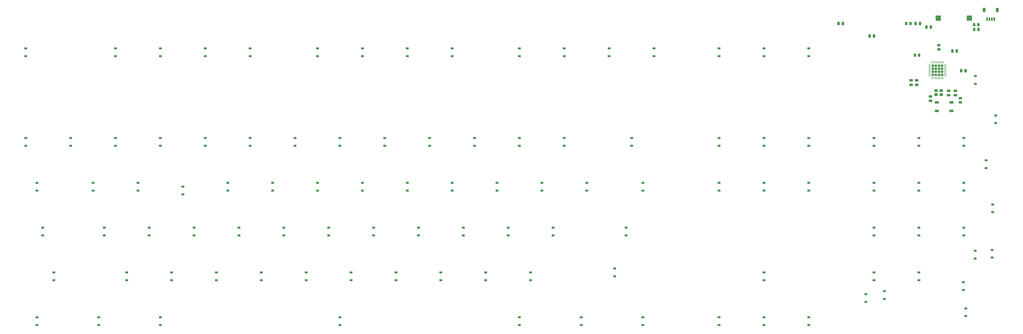
<source format=gbr>
%TF.GenerationSoftware,KiCad,Pcbnew,7.99.0-999-ge1db4e0694*%
%TF.CreationDate,2023-07-03T11:20:25-04:00*%
%TF.ProjectId,aek,61656b2e-6b69-4636-9164-5f7063625858,rev?*%
%TF.SameCoordinates,Original*%
%TF.FileFunction,Paste,Bot*%
%TF.FilePolarity,Positive*%
%FSLAX46Y46*%
G04 Gerber Fmt 4.6, Leading zero omitted, Abs format (unit mm)*
G04 Created by KiCad (PCBNEW 7.99.0-999-ge1db4e0694) date 2023-07-03 11:20:25*
%MOMM*%
%LPD*%
G01*
G04 APERTURE LIST*
G04 Aperture macros list*
%AMRoundRect*
0 Rectangle with rounded corners*
0 $1 Rounding radius*
0 $2 $3 $4 $5 $6 $7 $8 $9 X,Y pos of 4 corners*
0 Add a 4 corners polygon primitive as box body*
4,1,4,$2,$3,$4,$5,$6,$7,$8,$9,$2,$3,0*
0 Add four circle primitives for the rounded corners*
1,1,$1+$1,$2,$3*
1,1,$1+$1,$4,$5*
1,1,$1+$1,$6,$7*
1,1,$1+$1,$8,$9*
0 Add four rect primitives between the rounded corners*
20,1,$1+$1,$2,$3,$4,$5,0*
20,1,$1+$1,$4,$5,$6,$7,0*
20,1,$1+$1,$6,$7,$8,$9,0*
20,1,$1+$1,$8,$9,$2,$3,0*%
G04 Aperture macros list end*
%ADD10R,1.200000X0.900000*%
%ADD11RoundRect,0.250000X0.250000X0.475000X-0.250000X0.475000X-0.250000X-0.475000X0.250000X-0.475000X0*%
%ADD12RoundRect,0.250000X-0.450000X0.262500X-0.450000X-0.262500X0.450000X-0.262500X0.450000X0.262500X0*%
%ADD13R,1.800000X1.100000*%
%ADD14RoundRect,0.250000X-0.475000X0.250000X-0.475000X-0.250000X0.475000X-0.250000X0.475000X0.250000X0*%
%ADD15RoundRect,0.250000X-0.250000X-0.475000X0.250000X-0.475000X0.250000X0.475000X-0.250000X0.475000X0*%
%ADD16RoundRect,0.250000X0.475000X-0.250000X0.475000X0.250000X-0.475000X0.250000X-0.475000X-0.250000X0*%
%ADD17RoundRect,0.150000X-0.150000X-0.625000X0.150000X-0.625000X0.150000X0.625000X-0.150000X0.625000X0*%
%ADD18RoundRect,0.250000X-0.350000X-0.650000X0.350000X-0.650000X0.350000X0.650000X-0.350000X0.650000X0*%
%ADD19RoundRect,0.250000X0.450000X-0.262500X0.450000X0.262500X-0.450000X0.262500X-0.450000X-0.262500X0*%
%ADD20RoundRect,0.250000X0.262500X0.450000X-0.262500X0.450000X-0.262500X-0.450000X0.262500X-0.450000X0*%
%ADD21RoundRect,0.250000X0.275000X0.275000X-0.275000X0.275000X-0.275000X-0.275000X0.275000X-0.275000X0*%
%ADD22RoundRect,0.062500X0.475000X0.062500X-0.475000X0.062500X-0.475000X-0.062500X0.475000X-0.062500X0*%
%ADD23RoundRect,0.062500X0.062500X0.475000X-0.062500X0.475000X-0.062500X-0.475000X0.062500X-0.475000X0*%
%ADD24R,1.400000X1.200000*%
%ADD25RoundRect,0.250000X-0.262500X-0.450000X0.262500X-0.450000X0.262500X0.450000X-0.262500X0.450000X0*%
%ADD26R,2.200000X2.200000*%
G04 APERTURE END LIST*
D10*
%TO.C,D16*%
X100774500Y-131507500D03*
X100774500Y-128207500D03*
%TD*%
D11*
%TO.C,C8*%
X398968000Y-27686000D03*
X397068000Y-27686000D03*
%TD*%
%TO.C,C9*%
X385760000Y-22352000D03*
X383860000Y-22352000D03*
%TD*%
%TO.C,C10*%
X423098000Y-23876000D03*
X421198000Y-23876000D03*
%TD*%
D12*
%TO.C,R1*%
X426466000Y-31599500D03*
X426466000Y-33424500D03*
%TD*%
D13*
%TO.C,SW1*%
X425600000Y-59580000D03*
X431800000Y-55880000D03*
X425600000Y-55880000D03*
X431800000Y-59580000D03*
%TD*%
D11*
%TO.C,C1*%
X434086000Y-34036000D03*
X432186000Y-34036000D03*
%TD*%
D14*
%TO.C,C2*%
X414686750Y-46548000D03*
X414686750Y-48448000D03*
%TD*%
%TO.C,C5*%
X417068000Y-46548000D03*
X417068000Y-48448000D03*
%TD*%
D15*
%TO.C,C6*%
X435930000Y-42418000D03*
X437830000Y-42418000D03*
%TD*%
D16*
%TO.C,C7*%
X433477000Y-52884500D03*
X433477000Y-50984500D03*
%TD*%
D10*
%TO.C,D1*%
X38862000Y-36257500D03*
X38862000Y-32957500D03*
%TD*%
%TO.C,D2*%
X38862000Y-74357500D03*
X38862000Y-71057500D03*
%TD*%
%TO.C,D3*%
X43624500Y-93407500D03*
X43624500Y-90107500D03*
%TD*%
%TO.C,D4*%
X46005750Y-112457500D03*
X46005750Y-109157500D03*
%TD*%
%TO.C,D5*%
X50768250Y-131507500D03*
X50768250Y-128207500D03*
%TD*%
%TO.C,D6*%
X43624500Y-150557500D03*
X43624500Y-147257500D03*
%TD*%
%TO.C,D7*%
X69818250Y-150557500D03*
X69818250Y-147257500D03*
%TD*%
%TO.C,D8*%
X81724500Y-131507500D03*
X81724500Y-128207500D03*
%TD*%
%TO.C,D9*%
X72199500Y-112457500D03*
X72199500Y-109157500D03*
%TD*%
%TO.C,D10*%
X67437000Y-93407500D03*
X67437000Y-90107500D03*
%TD*%
%TO.C,D11*%
X57912000Y-74357500D03*
X57912000Y-71057500D03*
%TD*%
%TO.C,D12*%
X76962000Y-36257500D03*
X76962000Y-32957500D03*
%TD*%
%TO.C,D13*%
X76962000Y-74357500D03*
X76962000Y-71057500D03*
%TD*%
%TO.C,D14*%
X86487000Y-93407500D03*
X86487000Y-90107500D03*
%TD*%
%TO.C,D15*%
X91249500Y-112457500D03*
X91249500Y-109157500D03*
%TD*%
%TO.C,D17*%
X96012000Y-150557500D03*
X96012000Y-147257500D03*
%TD*%
%TO.C,D18*%
X119824500Y-131507500D03*
X119824500Y-128207500D03*
%TD*%
%TO.C,D19*%
X110299500Y-112457500D03*
X110299500Y-109157500D03*
%TD*%
%TO.C,D20*%
X105537000Y-95057500D03*
X105537000Y-91757500D03*
%TD*%
%TO.C,D21*%
X96012000Y-74357500D03*
X96012000Y-71057500D03*
%TD*%
%TO.C,D22*%
X96012000Y-36257500D03*
X96012000Y-32957500D03*
%TD*%
%TO.C,D23*%
X115062000Y-36257500D03*
X115062000Y-32957500D03*
%TD*%
%TO.C,D24*%
X115062000Y-74357500D03*
X115062000Y-71057500D03*
%TD*%
%TO.C,D25*%
X124587000Y-93407500D03*
X124587000Y-90107500D03*
%TD*%
%TO.C,D26*%
X129349500Y-112457500D03*
X129349500Y-109157500D03*
%TD*%
%TO.C,D27*%
X138874500Y-131507500D03*
X138874500Y-128207500D03*
%TD*%
%TO.C,D28*%
X172212000Y-150557500D03*
X172212000Y-147257500D03*
%TD*%
%TO.C,D29*%
X157924500Y-131507500D03*
X157924500Y-128207500D03*
%TD*%
%TO.C,D30*%
X148399500Y-112457500D03*
X148399500Y-109157500D03*
%TD*%
%TO.C,D31*%
X143637000Y-93407500D03*
X143637000Y-90107500D03*
%TD*%
%TO.C,D32*%
X134112000Y-74357500D03*
X134112000Y-71057500D03*
%TD*%
%TO.C,D33*%
X134112000Y-36257500D03*
X134112000Y-32957500D03*
%TD*%
%TO.C,D34*%
X162687000Y-36257500D03*
X162687000Y-32957500D03*
%TD*%
%TO.C,D35*%
X153162000Y-74357500D03*
X153162000Y-71057500D03*
%TD*%
%TO.C,D36*%
X162687000Y-93407500D03*
X162687000Y-90107500D03*
%TD*%
%TO.C,D37*%
X167449500Y-112457500D03*
X167449500Y-109157500D03*
%TD*%
%TO.C,D38*%
X176974500Y-131507500D03*
X176974500Y-128207500D03*
%TD*%
%TO.C,D39*%
X196024500Y-131507500D03*
X196024500Y-128207500D03*
%TD*%
%TO.C,D40*%
X186499500Y-112457500D03*
X186499500Y-109157500D03*
%TD*%
%TO.C,D41*%
X181737000Y-93407500D03*
X181737000Y-90107500D03*
%TD*%
%TO.C,D42*%
X172212000Y-74357500D03*
X172212000Y-71057500D03*
%TD*%
%TO.C,D44*%
X181737000Y-36257500D03*
X181737000Y-32957500D03*
%TD*%
%TO.C,D45*%
X200787000Y-36257500D03*
X200787000Y-32957500D03*
%TD*%
%TO.C,D46*%
X191262000Y-74357500D03*
X191262000Y-71057500D03*
%TD*%
%TO.C,D47*%
X200787000Y-93407500D03*
X200787000Y-90107500D03*
%TD*%
%TO.C,D48*%
X205549500Y-112457500D03*
X205549500Y-109157500D03*
%TD*%
%TO.C,D49*%
X215074500Y-131507500D03*
X215074500Y-128207500D03*
%TD*%
%TO.C,D50*%
X248412000Y-150557500D03*
X248412000Y-147257500D03*
%TD*%
%TO.C,D51*%
X234124500Y-131507500D03*
X234124500Y-128207500D03*
%TD*%
%TO.C,D52*%
X224599500Y-112457500D03*
X224599500Y-109157500D03*
%TD*%
%TO.C,D53*%
X219837000Y-93407500D03*
X219837000Y-90107500D03*
%TD*%
%TO.C,D54*%
X210312000Y-74357500D03*
X210312000Y-71057500D03*
%TD*%
%TO.C,D55*%
X219837000Y-36257500D03*
X219837000Y-32957500D03*
%TD*%
%TO.C,D56*%
X248412000Y-36257500D03*
X248412000Y-32957500D03*
%TD*%
%TO.C,D57*%
X229362000Y-74357500D03*
X229362000Y-71057500D03*
%TD*%
%TO.C,D58*%
X238887000Y-93407500D03*
X238887000Y-90107500D03*
%TD*%
%TO.C,D59*%
X243649500Y-112457500D03*
X243649500Y-109157500D03*
%TD*%
%TO.C,D60*%
X253174500Y-131507500D03*
X253174500Y-128207500D03*
%TD*%
%TO.C,D61*%
X274605750Y-150557500D03*
X274605750Y-147257500D03*
%TD*%
%TO.C,D62*%
X288893250Y-129857500D03*
X288893250Y-126557500D03*
%TD*%
%TO.C,D63*%
X262699500Y-112457500D03*
X262699500Y-109157500D03*
%TD*%
%TO.C,D64*%
X257937000Y-93407500D03*
X257937000Y-90107500D03*
%TD*%
%TO.C,D65*%
X248412000Y-74357500D03*
X248412000Y-71057500D03*
%TD*%
%TO.C,D66*%
X267462000Y-36257500D03*
X267462000Y-32957500D03*
%TD*%
%TO.C,D67*%
X286512000Y-36257500D03*
X286512000Y-32957500D03*
%TD*%
%TO.C,D68*%
X267462000Y-74357500D03*
X267462000Y-71057500D03*
%TD*%
%TO.C,D69*%
X276987000Y-93407500D03*
X276987000Y-90107500D03*
%TD*%
%TO.C,D70*%
X300799500Y-93407500D03*
X300799500Y-90107500D03*
%TD*%
%TO.C,D71*%
X293655750Y-112457500D03*
X293655750Y-109157500D03*
%TD*%
%TO.C,D72*%
X300799500Y-150557500D03*
X300799500Y-147257500D03*
%TD*%
%TO.C,D73*%
X333184500Y-150557500D03*
X333184500Y-147257500D03*
%TD*%
%TO.C,D74*%
X333184500Y-93407500D03*
X333184500Y-90107500D03*
%TD*%
%TO.C,D75*%
X333184500Y-74357500D03*
X333184500Y-71057500D03*
%TD*%
%TO.C,D76*%
X296037000Y-74357500D03*
X296037000Y-71057500D03*
%TD*%
%TO.C,D77*%
X305562000Y-36257500D03*
X305562000Y-32957500D03*
%TD*%
%TO.C,D78*%
X333184500Y-36257500D03*
X333184500Y-32957500D03*
%TD*%
%TO.C,D79*%
X352234500Y-74357500D03*
X352234500Y-71057500D03*
%TD*%
%TO.C,D80*%
X352234500Y-93407500D03*
X352234500Y-90107500D03*
%TD*%
%TO.C,D81*%
X352234500Y-131507500D03*
X352234500Y-128207500D03*
%TD*%
%TO.C,D82*%
X352234500Y-150557500D03*
X352234500Y-147257500D03*
%TD*%
%TO.C,D83*%
X371284500Y-150557500D03*
X371284500Y-147257500D03*
%TD*%
%TO.C,D84*%
X395478000Y-137416000D03*
X395478000Y-140716000D03*
%TD*%
%TO.C,D85*%
X398907000Y-131507500D03*
X398907000Y-128207500D03*
%TD*%
%TO.C,D86*%
X371284500Y-93407500D03*
X371284500Y-90107500D03*
%TD*%
%TO.C,D87*%
X371284500Y-74357500D03*
X371284500Y-71057500D03*
%TD*%
%TO.C,D88*%
X352234500Y-36257500D03*
X352234500Y-32957500D03*
%TD*%
%TO.C,D89*%
X371284500Y-36257500D03*
X371284500Y-32957500D03*
%TD*%
%TO.C,D90*%
X398907000Y-74357500D03*
X398907000Y-71057500D03*
%TD*%
%TO.C,D91*%
X398907000Y-93407500D03*
X398907000Y-90107500D03*
%TD*%
%TO.C,D92*%
X398907000Y-112457500D03*
X398907000Y-109157500D03*
%TD*%
%TO.C,D93*%
X417957000Y-131507500D03*
X417957000Y-128207500D03*
%TD*%
%TO.C,D94*%
X437896000Y-146810000D03*
X437896000Y-143510000D03*
%TD*%
%TO.C,D95*%
X436880000Y-135636000D03*
X436880000Y-132336000D03*
%TD*%
%TO.C,D96*%
X437007000Y-112457500D03*
X437007000Y-109157500D03*
%TD*%
%TO.C,D97*%
X417957000Y-112457500D03*
X417957000Y-109157500D03*
%TD*%
%TO.C,D99*%
X417957000Y-74357500D03*
X417957000Y-71057500D03*
%TD*%
%TO.C,D100*%
X441960000Y-48006000D03*
X441960000Y-44706000D03*
%TD*%
%TO.C,D101*%
X437007000Y-74357500D03*
X437007000Y-71057500D03*
%TD*%
%TO.C,D102*%
X437007000Y-93407500D03*
X437007000Y-90107500D03*
%TD*%
%TO.C,D103*%
X449326000Y-99314000D03*
X449326000Y-102614000D03*
%TD*%
%TO.C,D104*%
X441832000Y-122300000D03*
X441832000Y-119000000D03*
%TD*%
%TO.C,D109*%
X446532000Y-83882500D03*
X446532000Y-80582500D03*
%TD*%
%TO.C,D110*%
X450596000Y-64768000D03*
X450596000Y-61468000D03*
%TD*%
D17*
%TO.C,J1*%
X446975750Y-20550750D03*
X447975750Y-20550750D03*
X448975750Y-20550750D03*
X449975750Y-20550750D03*
D18*
X445675750Y-16675750D03*
X451275750Y-16675750D03*
%TD*%
D19*
%TO.C,R3*%
X435610000Y-55927000D03*
X435610000Y-54102000D03*
%TD*%
D20*
%TO.C,R4*%
X418084000Y-35814000D03*
X416259000Y-35814000D03*
%TD*%
D21*
%TO.C,U1*%
X427802000Y-44203250D03*
X427802000Y-42903250D03*
X427802000Y-41603250D03*
X427802000Y-40303250D03*
X426502000Y-44203250D03*
X426502000Y-42903250D03*
X426502000Y-41603250D03*
X426502000Y-40303250D03*
X425202000Y-44203250D03*
X425202000Y-42903250D03*
X425202000Y-41603250D03*
X425202000Y-40303250D03*
X423902000Y-44203250D03*
X423902000Y-42903250D03*
X423902000Y-41603250D03*
X423902000Y-40303250D03*
D22*
X429189500Y-39753250D03*
X429189500Y-40253250D03*
X429189500Y-40753250D03*
X429189500Y-41253250D03*
X429189500Y-41753250D03*
X429189500Y-42253250D03*
X429189500Y-42753250D03*
X429189500Y-43253250D03*
X429189500Y-43753250D03*
X429189500Y-44253250D03*
X429189500Y-44753250D03*
D23*
X428352000Y-45590750D03*
X427852000Y-45590750D03*
X427352000Y-45590750D03*
X426852000Y-45590750D03*
X426352000Y-45590750D03*
X425852000Y-45590750D03*
X425352000Y-45590750D03*
X424852000Y-45590750D03*
X424352000Y-45590750D03*
X423852000Y-45590750D03*
X423352000Y-45590750D03*
D22*
X422514500Y-44753250D03*
X422514500Y-44253250D03*
X422514500Y-43753250D03*
X422514500Y-43253250D03*
X422514500Y-42753250D03*
X422514500Y-42253250D03*
X422514500Y-41753250D03*
X422514500Y-41253250D03*
X422514500Y-40753250D03*
X422514500Y-40253250D03*
X422514500Y-39753250D03*
D23*
X423352000Y-38915750D03*
X423852000Y-38915750D03*
X424352000Y-38915750D03*
X424852000Y-38915750D03*
X425352000Y-38915750D03*
X425852000Y-38915750D03*
X426352000Y-38915750D03*
X426852000Y-38915750D03*
X427352000Y-38915750D03*
X427852000Y-38915750D03*
X428352000Y-38915750D03*
%TD*%
D24*
%TO.C,Y1*%
X425239500Y-50928250D03*
X427439500Y-50928250D03*
X427439500Y-52628250D03*
X425239500Y-52628250D03*
%TD*%
D14*
%TO.C,C3*%
X422910000Y-53340000D03*
X422910000Y-55240000D03*
%TD*%
D16*
%TO.C,C4*%
X430614500Y-52884500D03*
X430614500Y-50984500D03*
%TD*%
D10*
%TO.C,D98*%
X417957000Y-93407500D03*
X417957000Y-90107500D03*
%TD*%
%TO.C,D105*%
X449072000Y-118618000D03*
X449072000Y-121918000D03*
%TD*%
D15*
%TO.C,C11*%
X416560000Y-22352000D03*
X418460000Y-22352000D03*
%TD*%
D25*
%TO.C,R5*%
X441452000Y-24892000D03*
X443277000Y-24892000D03*
%TD*%
%TO.C,R2*%
X441405000Y-22860000D03*
X443230000Y-22860000D03*
%TD*%
D10*
%TO.C,D43*%
X403352000Y-136146000D03*
X403352000Y-139446000D03*
%TD*%
D25*
%TO.C,R6*%
X412599500Y-22352000D03*
X414424500Y-22352000D03*
%TD*%
D26*
%TO.C,BUZ1*%
X426216000Y-20066000D03*
X439416000Y-20066000D03*
%TD*%
M02*

</source>
